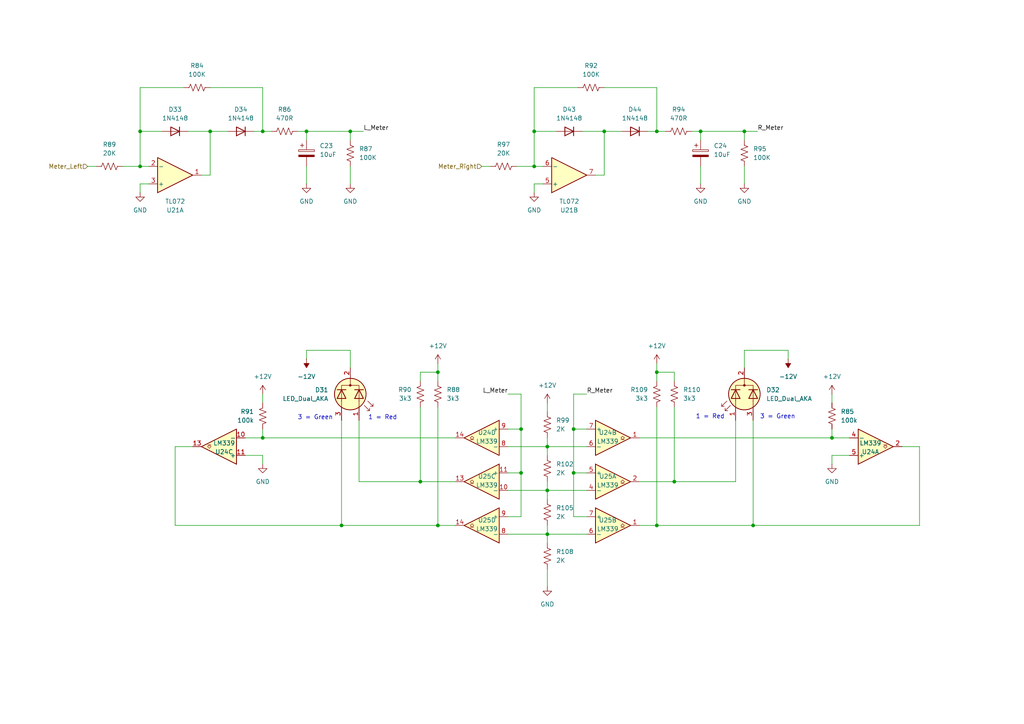
<source format=kicad_sch>
(kicad_sch (version 20250114) (generator "eeschema") (generator_version "9.0")
  (paper "A4")
  (title_block (comment 1 "PCB for 5 cm Kosmo format synthesizer module"))
  (lib_symbols
    (symbol "Amplifier_Operational:TL072" (pin_names (offset 0.127))
      (property "Reference" "U" (at 0 5.08 0))
      (property "Value" "TL072" (at 0 -5.08 0))
      (symbol "TL072_1_1"
        (polyline (pts (xy -5.08 5.08) (xy 5.08 0) (xy -5.08 -5.08) (xy -5.08 5.08)) (stroke (width 0.254)) (fill (type background)))
        (pin input line (at -7.62 2.54 0) (length 2.54) (name "+") (number "3"))
        (pin input line (at -7.62 -2.54 0) (length 2.54) (name "-") (number "2"))
        (pin output line (at 7.62 0 180) (length 2.54) (name "~") (number "1"))
      )
      (symbol "TL072_2_1"
        (polyline (pts (xy -5.08 5.08) (xy 5.08 0) (xy -5.08 -5.08) (xy -5.08 5.08)) (stroke (width 0.254)) (fill (type background)))
        (pin input line (at -7.62 2.54 0) (length 2.54) (name "+") (number "5"))
        (pin input line (at -7.62 -2.54 0) (length 2.54) (name "-") (number "6"))
        (pin output line (at 7.62 0 180) (length 2.54) (name "~") (number "7"))
      )
      (symbol "TL072_3_1"
        (pin power_in line (at -2.54 7.62 270) (length 3.81) (name "V+") (number "8"))
        (pin power_in line (at -2.54 -7.62 90) (length 3.81) (name "V-") (number "4"))
      )
    )
    (symbol "Comparator:LM339" (pin_names (offset 0.127))
      (property "Reference" "U" (at 0 5.08 0))
      (property "Value" "LM339" (at 0 -5.08 0))
      (symbol "LM339_1_1"
        (polyline (pts (xy -5.08 5.08) (xy 5.08 0) (xy -5.08 -5.08) (xy -5.08 5.08)) (stroke (width 0.254)) (fill (type background)))
        (polyline (pts (xy 3.302 -0.508) (xy 2.794 -0.508) (xy 3.302 0) (xy 2.794 0.508) (xy 2.286 0) (xy 2.794 -0.508) (xy 2.286 -0.508)) (stroke (width 0.127)))
        (pin input line (at -7.62 2.54 0) (length 2.54) (name "+") (number "5"))
        (pin input line (at -7.62 -2.54 0) (length 2.54) (name "-") (number "4"))
        (pin open_collector line (at 7.62 0 180) (length 2.54) (name "~") (number "2"))
      )
      (symbol "LM339_2_1"
        (polyline (pts (xy -5.08 5.08) (xy 5.08 0) (xy -5.08 -5.08) (xy -5.08 5.08)) (stroke (width 0.254)) (fill (type background)))
        (polyline (pts (xy 3.302 -0.508) (xy 2.794 -0.508) (xy 3.302 0) (xy 2.794 0.508) (xy 2.286 0) (xy 2.794 -0.508) (xy 2.286 -0.508)) (stroke (width 0.127)))
        (pin input line (at -7.62 2.54 0) (length 2.54) (name "+") (number "7"))
        (pin input line (at -7.62 -2.54 0) (length 2.54) (name "-") (number "6"))
        (pin open_collector line (at 7.62 0 180) (length 2.54) (name "~") (number "1"))
      )
      (symbol "LM339_3_1"
        (polyline (pts (xy -5.08 5.08) (xy 5.08 0) (xy -5.08 -5.08) (xy -5.08 5.08)) (stroke (width 0.254)) (fill (type background)))
        (polyline (pts (xy 3.302 -0.508) (xy 2.794 -0.508) (xy 3.302 0) (xy 2.794 0.508) (xy 2.286 0) (xy 2.794 -0.508) (xy 2.286 -0.508)) (stroke (width 0.127)))
        (pin input line (at -7.62 2.54 0) (length 2.54) (name "+") (number "11"))
        (pin input line (at -7.62 -2.54 0) (length 2.54) (name "-") (number "10"))
        (pin open_collector line (at 7.62 0 180) (length 2.54) (name "~") (number "13"))
      )
      (symbol "LM339_4_1"
        (polyline (pts (xy -5.08 5.08) (xy 5.08 0) (xy -5.08 -5.08) (xy -5.08 5.08)) (stroke (width 0.254)) (fill (type background)))
        (polyline (pts (xy 3.302 -0.508) (xy 2.794 -0.508) (xy 3.302 0) (xy 2.794 0.508) (xy 2.286 0) (xy 2.794 -0.508) (xy 2.286 -0.508)) (stroke (width 0.127)))
        (pin input line (at -7.62 2.54 0) (length 2.54) (name "+") (number "9"))
        (pin input line (at -7.62 -2.54 0) (length 2.54) (name "-") (number "8"))
        (pin open_collector line (at 7.62 0 180) (length 2.54) (name "~") (number "14"))
      )
      (symbol "LM339_5_1"
        (pin power_in line (at -2.54 7.62 270) (length 3.81) (name "V+") (number "3"))
        (pin power_in line (at -2.54 -7.62 90) (length 3.81) (name "V-") (number "12"))
      )
    )
    (symbol "Device:C_Polarized" (pin_numbers (hide yes)) (pin_names (offset 0.254))
      (property "Reference" "C" (at 0.635 2.54 0))
      (property "Value" "C_Polarized" (at 0.635 -2.54 0))
      (symbol "C_Polarized_0_1"
        (rectangle (start -2.286 0.508) (end 2.286 1.016))
        (polyline (pts (xy -1.778 2.286) (xy -0.762 2.286)))
        (polyline (pts (xy -1.27 2.794) (xy -1.27 1.778)))
        (rectangle (start 2.286 -0.508) (end -2.286 -1.016) (fill (type outline)))
      )
      (symbol "C_Polarized_1_1"
        (pin passive line (at 0 3.81 270) (length 2.794) (name "~") (number "1"))
        (pin passive line (at 0 -3.81 90) (length 2.794) (name "~") (number "2"))
      )
    )
    (symbol "Device:LED_Dual_AKA" (pin_names (offset 0) (hide yes))
      (property "Reference" "D" (at 0 5.715 0))
      (property "Value" "LED_Dual_AKA" (at 0 -6.35 0))
      (symbol "LED_Dual_AKA_0_1"
        (polyline (pts (xy -4.572 0) (xy -2.54 0)))
        (circle (center -2.54 0) (radius 0.2794) (fill (type outline)))
        (polyline (pts (xy -1.27 1.27) (xy -1.27 3.81)) (stroke (width 0.254)))
        (polyline (pts (xy -1.27 -1.27) (xy -1.27 -3.81)) (stroke (width 0.254)))
        (circle (center 0 0) (radius 4.572) (stroke (width 0.254)) (fill (type background)))
        (polyline (pts (xy 1.27 1.27) (xy 1.27 3.81) (xy -1.27 2.54) (xy 1.27 1.27)) (stroke (width 0.254)))
        (polyline (pts (xy 1.27 -3.81) (xy 1.27 -1.27) (xy -1.27 -2.54) (xy 1.27 -3.81)) (stroke (width 0.254)))
        (polyline (pts (xy 2.032 5.08) (xy 3.556 6.604) (xy 2.794 6.604) (xy 3.556 6.604) (xy 3.556 5.842)))
        (polyline (pts (xy 2.032 2.54) (xy -2.54 2.54) (xy -2.54 -2.54) (xy 2.032 -2.54)))
        (polyline (pts (xy 3.302 4.064) (xy 4.826 5.588) (xy 4.064 5.588) (xy 4.826 5.588) (xy 4.826 4.826)))
        (polyline (pts (xy 3.81 2.54) (xy 1.905 2.54)))
        (polyline (pts (xy 3.81 -2.54) (xy 1.905 -2.54)))
      )
      (symbol "LED_Dual_AKA_1_1"
        (pin input line (at -7.62 0 0) (length 3.048) (name "K") (number "2"))
        (pin input line (at 7.62 2.54 180) (length 3.81) (name "A1") (number "1"))
        (pin input line (at 7.62 -2.54 180) (length 3.81) (name "A2") (number "3"))
      )
    )
    (symbol "Device:R_US" (pin_numbers (hide yes)) (pin_names (offset 0))
      (property "Reference" "R" (at 2.54 0 90))
      (property "Value" "R_US" (at -2.54 0 90))
      (symbol "R_US_0_1"
        (polyline (pts (xy 0 2.286) (xy 0 2.54)))
        (polyline (pts (xy 0 2.286) (xy 1.016 1.905) (xy 0 1.524) (xy -1.016 1.143) (xy 0 0.762)))
        (polyline (pts (xy 0 0.762) (xy 1.016 0.381) (xy 0 0) (xy -1.016 -0.381) (xy 0 -0.762)))
        (polyline (pts (xy 0 -0.762) (xy 1.016 -1.143) (xy 0 -1.524) (xy -1.016 -1.905) (xy 0 -2.286)))
        (polyline (pts (xy 0 -2.286) (xy 0 -2.54)))
      )
      (symbol "R_US_1_1"
        (pin passive line (at 0 3.81 270) (length 1.27) (name "~") (number "1"))
        (pin passive line (at 0 -3.81 90) (length 1.27) (name "~") (number "2"))
      )
    )
    (symbol "Diode:1N4148" (pin_numbers (hide yes)) (pin_names (hide yes))
      (property "Reference" "D" (at 0 2.54 0))
      (property "Value" "1N4148" (at 0 -2.54 0))
      (symbol "1N4148_0_1"
        (polyline (pts (xy -1.27 1.27) (xy -1.27 -1.27)) (stroke (width 0.254)))
        (polyline (pts (xy 1.27 1.27) (xy 1.27 -1.27) (xy -1.27 0) (xy 1.27 1.27)) (stroke (width 0.254)))
        (polyline (pts (xy 1.27 0) (xy -1.27 0)))
      )
      (symbol "1N4148_1_1"
        (pin passive line (at -3.81 0 0) (length 2.54) (name "K") (number "1"))
        (pin passive line (at 3.81 0 180) (length 2.54) (name "A") (number "2"))
      )
    )
    (symbol "power:+12V" (power) (pin_numbers (hide yes)) (pin_names (offset 0) (hide yes))
      (property "Value" "+12V" (at 0 3.556 0))
      (symbol "+12V_0_1"
        (polyline (pts (xy -0.762 1.27) (xy 0 2.54)))
        (polyline (pts (xy 0 2.54) (xy 0.762 1.27)))
        (polyline (pts (xy 0 0) (xy 0 2.54)))
      )
      (symbol "+12V_1_1"
        (pin power_in line (at 0 0 90) (length 0) (name "~") (number "1"))
      )
    )
    (symbol "power:-12V" (power) (pin_numbers (hide yes)) (pin_names (offset 0) (hide yes))
      (property "Value" "-12V" (at 0 3.556 0))
      (symbol "-12V_0_0"
        (pin power_in line (at 0 0 90) (length 0) (name "~") (number "1"))
      )
      (symbol "-12V_0_1"
        (polyline (pts (xy 0 0) (xy 0 1.27) (xy 0.762 1.27) (xy 0 2.54) (xy -0.762 1.27) (xy 0 1.27)) (fill (type outline)))
      )
    )
    (symbol "power:GND" (power) (pin_numbers (hide yes)) (pin_names (offset 0) (hide yes))
      (property "Value" "GND" (at 0 -3.81 0))
      (symbol "GND_0_1"
        (polyline (pts (xy 0 0) (xy 0 -1.27) (xy 1.27 -1.27) (xy 0 -2.54) (xy -1.27 -1.27) (xy 0 -1.27)))
      )
      (symbol "GND_1_1"
        (pin power_in line (at 0 0 270) (length 0) (name "~") (number "1"))
      )
    )
  )
  (text "3 = Green" (at 91.44 121.158 0) (effects (font (size 1.27 1.27))))
  (text "3 = Green" (at 225.552 120.904 0) (effects (font (size 1.27 1.27))))
  (text "1 = Red" (at 110.998 121.158 0) (effects (font (size 1.27 1.27))))
  (text "1 = Red" (at 205.994 120.904 0) (effects (font (size 1.27 1.27))))
  (junction (at 151.13 137.16))
  (junction (at 218.44 152.4))
  (junction (at 127 107.95))
  (junction (at 76.2 38.1))
  (junction (at 99.06 152.4))
  (junction (at 40.64 38.1))
  (junction (at 215.9 38.1))
  (junction (at 76.2 127))
  (junction (at 154.94 38.1))
  (junction (at 158.75 129.54))
  (junction (at 127 152.4))
  (junction (at 241.3 127))
  (junction (at 121.92 139.7))
  (junction (at 190.5 152.4))
  (junction (at 166.37 124.46))
  (junction (at 175.26 38.1))
  (junction (at 166.37 137.16))
  (junction (at 88.9 38.1))
  (junction (at 190.5 38.1))
  (junction (at 40.64 48.26))
  (junction (at 195.58 139.7))
  (junction (at 158.75 142.24))
  (junction (at 203.2 38.1))
  (junction (at 158.75 154.94))
  (junction (at 154.94 48.26))
  (junction (at 151.13 124.46))
  (junction (at 190.5 107.95))
  (junction (at 60.96 38.1))
  (junction (at 101.6 38.1))
  (wire (pts (xy 157.48 53.34) (xy 154.94 53.34)))
  (wire (pts (xy 73.66 38.1) (xy 76.2 38.1)))
  (wire (pts (xy 190.5 25.4) (xy 190.5 38.1)))
  (wire (pts (xy 241.3 127) (xy 246.38 127)))
  (wire (pts (xy 127 107.95) (xy 121.92 107.95)))
  (wire (pts (xy 60.96 38.1) (xy 60.96 50.8)))
  (wire (pts (xy 154.94 38.1) (xy 154.94 48.26)))
  (wire (pts (xy 60.96 25.4) (xy 76.2 25.4)))
  (wire (pts (xy 195.58 118.11) (xy 195.58 139.7)))
  (wire (pts (xy 25.4 48.26) (xy 27.94 48.26)))
  (wire (pts (xy 203.2 38.1) (xy 215.9 38.1)))
  (wire (pts (xy 213.36 121.92) (xy 213.36 139.7)))
  (wire (pts (xy 218.44 121.92) (xy 218.44 152.4)))
  (wire (pts (xy 158.75 116.84) (xy 158.75 119.38)))
  (wire (pts (xy 40.64 48.26) (xy 43.18 48.26)))
  (wire (pts (xy 190.5 107.95) (xy 195.58 107.95)))
  (wire (pts (xy 166.37 124.46) (xy 166.37 137.16)))
  (wire (pts (xy 55.88 129.54) (xy 50.8 129.54)))
  (wire (pts (xy 151.13 124.46) (xy 151.13 137.16)))
  (wire (pts (xy 132.08 127) (xy 76.2 127)))
  (wire (pts (xy 266.7 152.4) (xy 218.44 152.4)))
  (wire (pts (xy 60.96 38.1) (xy 66.04 38.1)))
  (wire (pts (xy 158.75 129.54) (xy 158.75 132.08)))
  (wire (pts (xy 241.3 114.3) (xy 241.3 116.84)))
  (wire (pts (xy 40.64 38.1) (xy 40.64 48.26)))
  (wire (pts (xy 101.6 106.68) (xy 101.6 101.6)))
  (wire (pts (xy 154.94 25.4) (xy 154.94 38.1)))
  (wire (pts (xy 241.3 124.46) (xy 241.3 127)))
  (wire (pts (xy 121.92 118.11) (xy 121.92 139.7)))
  (wire (pts (xy 101.6 38.1) (xy 105.41 38.1)))
  (wire (pts (xy 121.92 110.49) (xy 121.92 107.95)))
  (wire (pts (xy 88.9 38.1) (xy 86.36 38.1)))
  (wire (pts (xy 76.2 38.1) (xy 78.74 38.1)))
  (wire (pts (xy 166.37 137.16) (xy 170.18 137.16)))
  (wire (pts (xy 127 118.11) (xy 127 152.4)))
  (wire (pts (xy 190.5 152.4) (xy 218.44 152.4)))
  (wire (pts (xy 241.3 132.08) (xy 241.3 134.62)))
  (wire (pts (xy 88.9 101.6) (xy 88.9 104.14)))
  (wire (pts (xy 185.42 127) (xy 241.3 127)))
  (wire (pts (xy 175.26 50.8) (xy 172.72 50.8)))
  (wire (pts (xy 190.5 107.95) (xy 190.5 110.49)))
  (wire (pts (xy 175.26 38.1) (xy 180.34 38.1)))
  (wire (pts (xy 166.37 124.46) (xy 170.18 124.46)))
  (wire (pts (xy 127 105.41) (xy 127 107.95)))
  (wire (pts (xy 158.75 154.94) (xy 170.18 154.94)))
  (wire (pts (xy 76.2 127) (xy 71.12 127)))
  (wire (pts (xy 203.2 48.26) (xy 203.2 53.34)))
  (wire (pts (xy 147.32 154.94) (xy 158.75 154.94)))
  (wire (pts (xy 190.5 105.41) (xy 190.5 107.95)))
  (wire (pts (xy 147.32 142.24) (xy 158.75 142.24)))
  (wire (pts (xy 104.14 121.92) (xy 104.14 139.7)))
  (wire (pts (xy 50.8 152.4) (xy 99.06 152.4)))
  (wire (pts (xy 151.13 137.16) (xy 151.13 149.86)))
  (wire (pts (xy 170.18 114.3) (xy 166.37 114.3)))
  (wire (pts (xy 121.92 139.7) (xy 104.14 139.7)))
  (wire (pts (xy 154.94 48.26) (xy 157.48 48.26)))
  (wire (pts (xy 54.61 38.1) (xy 60.96 38.1)))
  (wire (pts (xy 158.75 152.4) (xy 158.75 154.94)))
  (wire (pts (xy 71.12 132.08) (xy 76.2 132.08)))
  (wire (pts (xy 195.58 110.49) (xy 195.58 107.95)))
  (wire (pts (xy 246.38 132.08) (xy 241.3 132.08)))
  (wire (pts (xy 132.08 152.4) (xy 127 152.4)))
  (wire (pts (xy 158.75 142.24) (xy 170.18 142.24)))
  (wire (pts (xy 139.7 48.26) (xy 142.24 48.26)))
  (wire (pts (xy 101.6 101.6) (xy 88.9 101.6)))
  (wire (pts (xy 158.75 129.54) (xy 170.18 129.54)))
  (wire (pts (xy 203.2 40.64) (xy 203.2 38.1)))
  (wire (pts (xy 161.29 38.1) (xy 154.94 38.1)))
  (wire (pts (xy 175.26 38.1) (xy 175.26 50.8)))
  (wire (pts (xy 60.96 50.8) (xy 58.42 50.8)))
  (wire (pts (xy 46.99 38.1) (xy 40.64 38.1)))
  (wire (pts (xy 158.75 142.24) (xy 158.75 144.78)))
  (wire (pts (xy 185.42 152.4) (xy 190.5 152.4)))
  (wire (pts (xy 195.58 139.7) (xy 213.36 139.7)))
  (wire (pts (xy 151.13 149.86) (xy 147.32 149.86)))
  (wire (pts (xy 53.34 25.4) (xy 40.64 25.4)))
  (wire (pts (xy 190.5 38.1) (xy 193.04 38.1)))
  (wire (pts (xy 228.6 101.6) (xy 228.6 104.14)))
  (wire (pts (xy 158.75 165.1) (xy 158.75 170.18)))
  (wire (pts (xy 167.64 25.4) (xy 154.94 25.4)))
  (wire (pts (xy 50.8 129.54) (xy 50.8 152.4)))
  (wire (pts (xy 166.37 149.86) (xy 170.18 149.86)))
  (wire (pts (xy 88.9 48.26) (xy 88.9 53.34)))
  (wire (pts (xy 261.62 129.54) (xy 266.7 129.54)))
  (wire (pts (xy 151.13 114.3) (xy 151.13 124.46)))
  (wire (pts (xy 132.08 139.7) (xy 121.92 139.7)))
  (wire (pts (xy 76.2 124.46) (xy 76.2 127)))
  (wire (pts (xy 215.9 40.64) (xy 215.9 38.1)))
  (wire (pts (xy 166.37 137.16) (xy 166.37 149.86)))
  (wire (pts (xy 147.32 137.16) (xy 151.13 137.16)))
  (wire (pts (xy 147.32 114.3) (xy 151.13 114.3)))
  (wire (pts (xy 203.2 38.1) (xy 200.66 38.1)))
  (wire (pts (xy 101.6 40.64) (xy 101.6 38.1)))
  (wire (pts (xy 88.9 38.1) (xy 101.6 38.1)))
  (wire (pts (xy 40.64 25.4) (xy 40.64 38.1)))
  (wire (pts (xy 266.7 129.54) (xy 266.7 152.4)))
  (wire (pts (xy 185.42 139.7) (xy 195.58 139.7)))
  (wire (pts (xy 158.75 154.94) (xy 158.75 157.48)))
  (wire (pts (xy 43.18 53.34) (xy 40.64 53.34)))
  (wire (pts (xy 149.86 48.26) (xy 154.94 48.26)))
  (wire (pts (xy 147.32 129.54) (xy 158.75 129.54)))
  (wire (pts (xy 88.9 40.64) (xy 88.9 38.1)))
  (wire (pts (xy 215.9 101.6) (xy 228.6 101.6)))
  (wire (pts (xy 154.94 53.34) (xy 154.94 55.88)))
  (wire (pts (xy 166.37 114.3) (xy 166.37 124.46)))
  (wire (pts (xy 215.9 48.26) (xy 215.9 53.34)))
  (wire (pts (xy 158.75 127) (xy 158.75 129.54)))
  (wire (pts (xy 76.2 25.4) (xy 76.2 38.1)))
  (wire (pts (xy 187.96 38.1) (xy 190.5 38.1)))
  (wire (pts (xy 158.75 139.7) (xy 158.75 142.24)))
  (wire (pts (xy 190.5 118.11) (xy 190.5 152.4)))
  (wire (pts (xy 99.06 121.92) (xy 99.06 152.4)))
  (wire (pts (xy 147.32 124.46) (xy 151.13 124.46)))
  (wire (pts (xy 35.56 48.26) (xy 40.64 48.26)))
  (wire (pts (xy 40.64 53.34) (xy 40.64 55.88)))
  (wire (pts (xy 101.6 48.26) (xy 101.6 53.34)))
  (wire (pts (xy 175.26 25.4) (xy 190.5 25.4)))
  (wire (pts (xy 168.91 38.1) (xy 175.26 38.1)))
  (wire (pts (xy 215.9 38.1) (xy 219.71 38.1)))
  (wire (pts (xy 76.2 132.08) (xy 76.2 134.62)))
  (wire (pts (xy 127 107.95) (xy 127 110.49)))
  (wire (pts (xy 76.2 114.3) (xy 76.2 116.84)))
  (wire (pts (xy 215.9 106.68) (xy 215.9 101.6)))
  (wire (pts (xy 127 152.4) (xy 99.06 152.4)))
  (label "L_Meter" (at 147.32 114.3 180))
  (label "R_Meter" (at 219.71 38.1 0))
  (label "L_Meter" (at 105.41 38.1 0))
  (label "R_Meter" (at 170.18 114.3 0))
  (hierarchical_label "Meter_Left" (shape input) (at 25.4 48.26 180))
  (hierarchical_label "Meter_Right" (shape input) (at 139.7 48.26 180))
  (symbol (lib_id "Comparator:LM339") (at 177.8 127 0) (unit 2)
    (property "Reference" "U24" (at 176.276 125.476 0))
    (property "Value" "LM339" (at 176.276 128.016 0))
    (property "Footprint" "Package_DIP:DIP-14_W7.62mm_Socket" (effects (hide yes)))
    (property "Datasheet" "https://www.st.com/resource/en/datasheet/lm139.pdf" (effects (hide yes)))
    (property "Description" "Quad Differential Comparators, SOIC-14/TSSOP-14" (effects (hide yes)))
  )
  (symbol (lib_id "Device:LED_Dual_AKA") (at 101.6 114.3 270) (unit 1)
    (property "Reference" "D31" (at 95.25 113.0934 90) (effects (justify right)))
    (property "Value" "LED_Dual_AKA" (at 95.25 115.6334 90) (effects (justify right)))
    (property "Footprint" "LED_THT:LED_Rectangular_W5.0mm_H2.0mm-3Pins" (effects (hide yes)))
    (property "Description" "Dual LED, common cathode on pin 2" (effects (hide yes)))
  )
  (symbol (lib_id "power:-12V") (at 88.9 104.14 0) (mirror x) (unit 1)
    (property "Reference" "#PWR052" (effects (hide yes)))
    (property "Value" "-12V" (at 88.9 109.22 0))
    (property "Description" "Power symbol creates a global label with name \"-12V\"" (effects (hide yes)))
  )
  (symbol (lib_id "power:+12V") (at 241.3 114.3 0) (mirror y) (unit 1)
    (property "Reference" "#PWR068" (effects (hide yes)))
    (property "Value" "+12V" (at 241.3 109.22 0))
    (property "Description" "Power symbol creates a global label with name \"+12V\"" (effects (hide yes)))
  )
  (symbol (lib_id "Amplifier_Operational:TL072") (at 50.8 50.8 0) (mirror x) (unit 1)
    (property "Reference" "U21" (at 50.8 60.96 0))
    (property "Value" "TL072" (at 50.8 58.42 0))
    (property "Footprint" "Package_DIP:DIP-8_W7.62mm_Socket" (effects (hide yes)))
    (property "Datasheet" "http://www.ti.com/lit/ds/symlink/tl071.pdf" (effects (hide yes)))
    (property "Description" "Dual Low-Noise JFET-Input Operational Amplifiers, DIP-8/SOIC-8" (effects (hide yes)))
  )
  (symbol (lib_id "Device:R_US") (at 121.92 114.3 0) (mirror x) (unit 1)
    (property "Reference" "R90" (at 119.38 113.0299 0) (effects (justify right)))
    (property "Value" "3k3" (at 119.38 115.5699 0) (effects (justify right)))
    (property "Footprint" "Resistor_THT:R_Axial_DIN0207_L6.3mm_D2.5mm_P7.62mm_Horizontal" (effects (hide yes)))
    (property "Description" "Resistor, US symbol" (effects (hide yes)))
  )
  (symbol (lib_id "Device:R_US") (at 171.45 25.4 90) (unit 1)
    (property "Reference" "R92" (at 171.45 19.05 90))
    (property "Value" "100K" (at 171.45 21.59 90))
    (property "Footprint" "Resistor_THT:R_Axial_DIN0207_L6.3mm_D2.5mm_P7.62mm_Horizontal" (effects (hide yes)))
    (property "Description" "Resistor, US symbol" (effects (hide yes)))
  )
  (symbol (lib_id "power:GND") (at 241.3 134.62 0) (unit 1)
    (property "Reference" "#PWR069" (effects (hide yes)))
    (property "Value" "GND" (at 241.3 139.7 0))
    (property "Description" "Power symbol creates a global label with name \"GND\" , ground" (effects (hide yes)))
  )
  (symbol (lib_id "power:GND") (at 215.9 53.34 0) (unit 1)
    (property "Reference" "#PWR059" (effects (hide yes)))
    (property "Value" "GND" (at 215.9 58.42 0))
    (property "Description" "Power symbol creates a global label with name \"GND\" , ground" (effects (hide yes)))
  )
  (symbol (lib_id "Device:C_Polarized") (at 203.2 44.45 0) (unit 1)
    (property "Reference" "C24" (at 207.01 42.2909 0) (effects (justify left)))
    (property "Value" "10uF" (at 207.01 44.8309 0) (effects (justify left)))
    (property "Footprint" "Capacitor_THT:CP_Radial_D5.0mm_P2.00mm" (effects (hide yes)))
    (property "Description" "Polarized capacitor" (effects (hide yes)))
  )
  (symbol (lib_id "Amplifier_Operational:TL072") (at 165.1 50.8 0) (mirror x) (unit 2)
    (property "Reference" "U21" (at 165.1 60.96 0))
    (property "Value" "TL072" (at 165.1 58.42 0))
    (property "Footprint" "Package_DIP:DIP-8_W7.62mm_Socket" (effects (hide yes)))
    (property "Datasheet" "http://www.ti.com/lit/ds/symlink/tl071.pdf" (effects (hide yes)))
    (property "Description" "Dual Low-Noise JFET-Input Operational Amplifiers, DIP-8/SOIC-8" (effects (hide yes)))
  )
  (symbol (lib_id "Device:R_US") (at 215.9 44.45 180) (unit 1)
    (property "Reference" "R95" (at 218.44 43.1799 0) (effects (justify right)))
    (property "Value" "100K" (at 218.44 45.7199 0) (effects (justify right)))
    (property "Footprint" "Resistor_THT:R_Axial_DIN0207_L6.3mm_D2.5mm_P7.62mm_Horizontal" (effects (hide yes)))
    (property "Description" "Resistor, US symbol" (effects (hide yes)))
  )
  (symbol (lib_id "Device:R_US") (at 127 114.3 180) (unit 1)
    (property "Reference" "R88" (at 129.54 113.0299 0) (effects (justify right)))
    (property "Value" "3k3" (at 129.54 115.5699 0) (effects (justify right)))
    (property "Footprint" "Resistor_THT:R_Axial_DIN0207_L6.3mm_D2.5mm_P7.62mm_Horizontal" (effects (hide yes)))
    (property "Description" "Resistor, US symbol" (effects (hide yes)))
  )
  (symbol (lib_id "Device:LED_Dual_AKA") (at 215.9 114.3 90) (mirror x) (unit 1)
    (property "Reference" "D32" (at 222.25 113.0934 90) (effects (justify right)))
    (property "Value" "LED_Dual_AKA" (at 222.25 115.6334 90) (effects (justify right)))
    (property "Footprint" "LED_THT:LED_Rectangular_W5.0mm_H2.0mm-3Pins" (effects (hide yes)))
    (property "Description" "Dual LED, common cathode on pin 2" (effects (hide yes)))
  )
  (symbol (lib_id "power:GND") (at 88.9 53.34 0) (unit 1)
    (property "Reference" "#PWR055" (effects (hide yes)))
    (property "Value" "GND" (at 88.9 58.42 0))
    (property "Description" "Power symbol creates a global label with name \"GND\" , ground" (effects (hide yes)))
  )
  (symbol (lib_id "Device:R_US") (at 195.58 114.3 180) (unit 1)
    (property "Reference" "R110" (at 198.12 113.0299 0) (effects (justify right)))
    (property "Value" "3k3" (at 198.12 115.5699 0) (effects (justify right)))
    (property "Footprint" "Resistor_THT:R_Axial_DIN0207_L6.3mm_D2.5mm_P7.62mm_Horizontal" (effects (hide yes)))
    (property "Description" "Resistor, US symbol" (effects (hide yes)))
  )
  (symbol (lib_id "Device:R_US") (at 241.3 120.65 180) (unit 1)
    (property "Reference" "R85" (at 243.84 119.3799 0) (effects (justify right)))
    (property "Value" "100k" (at 243.84 121.9199 0) (effects (justify right)))
    (property "Footprint" "Resistor_THT:R_Axial_DIN0207_L6.3mm_D2.5mm_P7.62mm_Horizontal" (effects (hide yes)))
    (property "Description" "Resistor, US symbol" (effects (hide yes)))
  )
  (symbol (lib_id "Device:R_US") (at 57.15 25.4 90) (unit 1)
    (property "Reference" "R84" (at 57.15 19.05 90))
    (property "Value" "100K" (at 57.15 21.59 90))
    (property "Footprint" "Resistor_THT:R_Axial_DIN0207_L6.3mm_D2.5mm_P7.62mm_Horizontal" (effects (hide yes)))
    (property "Description" "Resistor, US symbol" (effects (hide yes)))
  )
  (symbol (lib_id "Device:R_US") (at 158.75 135.89 180) (unit 1)
    (property "Reference" "R102" (at 161.29 134.6199 0) (effects (justify right)))
    (property "Value" "2K" (at 161.29 137.1599 0) (effects (justify right)))
    (property "Footprint" "Resistor_THT:R_Axial_DIN0207_L6.3mm_D2.5mm_P7.62mm_Horizontal" (effects (hide yes)))
    (property "Description" "Resistor, US symbol" (effects (hide yes)))
  )
  (symbol (lib_id "Device:R_US") (at 146.05 48.26 90) (unit 1)
    (property "Reference" "R97" (at 146.05 41.91 90))
    (property "Value" "20K" (at 146.05 44.45 90))
    (property "Footprint" "Resistor_THT:R_Axial_DIN0207_L6.3mm_D2.5mm_P7.62mm_Horizontal" (effects (hide yes)))
    (property "Description" "Resistor, US symbol" (effects (hide yes)))
  )
  (symbol (lib_id "Comparator:LM339") (at 177.8 152.4 0) (unit 2)
    (property "Reference" "U25" (at 176.276 150.876 0))
    (property "Value" "LM339" (at 176.276 153.416 0))
    (property "Footprint" "Package_DIP:DIP-14_W7.62mm_Socket" (effects (hide yes)))
    (property "Datasheet" "https://www.st.com/resource/en/datasheet/lm139.pdf" (effects (hide yes)))
    (property "Description" "Quad Differential Comparators, SOIC-14/TSSOP-14" (effects (hide yes)))
  )
  (symbol (lib_id "Comparator:LM339") (at 139.7 139.7 0) (mirror y) (unit 3)
    (property "Reference" "U25" (at 141.224 138.176 0))
    (property "Value" "LM339" (at 141.224 140.716 0))
    (property "Footprint" "Package_DIP:DIP-14_W7.62mm_Socket" (effects (hide yes)))
    (property "Datasheet" "https://www.st.com/resource/en/datasheet/lm139.pdf" (effects (hide yes)))
    (property "Description" "Quad Differential Comparators, SOIC-14/TSSOP-14" (effects (hide yes)))
  )
  (symbol (lib_id "Comparator:LM339") (at 139.7 127 0) (mirror y) (unit 4)
    (property "Reference" "U24" (at 141.224 125.476 0))
    (property "Value" "LM339" (at 141.224 128.016 0))
    (property "Footprint" "Package_DIP:DIP-14_W7.62mm_Socket" (effects (hide yes)))
    (property "Datasheet" "https://www.st.com/resource/en/datasheet/lm139.pdf" (effects (hide yes)))
    (property "Description" "Quad Differential Comparators, SOIC-14/TSSOP-14" (effects (hide yes)))
  )
  (symbol (lib_id "power:+12V") (at 127 105.41 0) (unit 1)
    (property "Reference" "#PWR054" (effects (hide yes)))
    (property "Value" "+12V" (at 127 100.33 0))
    (property "Description" "Power symbol creates a global label with name \"+12V\"" (effects (hide yes)))
  )
  (symbol (lib_id "Diode:1N4148") (at 184.15 38.1 180) (unit 1)
    (property "Reference" "D44" (at 184.15 31.75 0))
    (property "Value" "1N4148" (at 184.15 34.29 0))
    (property "Footprint" "Diode_THT:D_DO-35_SOD27_P7.62mm_Horizontal" (effects (hide yes)))
    (property "Datasheet" "https://assets.nexperia.com/documents/data-sheet/1N4148_1N4448.pdf" (effects (hide yes)))
    (property "Description" "100V 0.15A standard switching diode, DO-35" (effects (hide yes)))
    (property "Sim.Device" "D" (effects (hide yes)))
    (property "Sim.Pins" "1=K 2=A" (effects (hide yes)))
  )
  (symbol (lib_id "power:GND") (at 101.6 53.34 0) (unit 1)
    (property "Reference" "#PWR056" (effects (hide yes)))
    (property "Value" "GND" (at 101.6 58.42 0))
    (property "Description" "Power symbol creates a global label with name \"GND\" , ground" (effects (hide yes)))
  )
  (symbol (lib_id "power:GND") (at 40.64 55.88 0) (unit 1)
    (property "Reference" "#PWR057" (effects (hide yes)))
    (property "Value" "GND" (at 40.64 60.96 0))
    (property "Description" "Power symbol creates a global label with name \"GND\" , ground" (effects (hide yes)))
  )
  (symbol (lib_id "Device:C_Polarized") (at 88.9 44.45 0) (unit 1)
    (property "Reference" "C23" (at 92.71 42.2909 0) (effects (justify left)))
    (property "Value" "10uF" (at 92.71 44.8309 0) (effects (justify left)))
    (property "Footprint" "Capacitor_THT:CP_Radial_D5.0mm_P2.00mm" (effects (hide yes)))
    (property "Description" "Polarized capacitor" (effects (hide yes)))
  )
  (symbol (lib_id "Diode:1N4148") (at 69.85 38.1 180) (unit 1)
    (property "Reference" "D34" (at 69.85 31.75 0))
    (property "Value" "1N4148" (at 69.85 34.29 0))
    (property "Footprint" "Diode_THT:D_DO-35_SOD27_P7.62mm_Horizontal" (effects (hide yes)))
    (property "Datasheet" "https://assets.nexperia.com/documents/data-sheet/1N4148_1N4448.pdf" (effects (hide yes)))
    (property "Description" "100V 0.15A standard switching diode, DO-35" (effects (hide yes)))
    (property "Sim.Device" "D" (effects (hide yes)))
    (property "Sim.Pins" "1=K 2=A" (effects (hide yes)))
  )
  (symbol (lib_id "Device:R_US") (at 158.75 148.59 180) (unit 1)
    (property "Reference" "R105" (at 161.29 147.3199 0) (effects (justify right)))
    (property "Value" "2K" (at 161.29 149.8599 0) (effects (justify right)))
    (property "Footprint" "Resistor_THT:R_Axial_DIN0207_L6.3mm_D2.5mm_P7.62mm_Horizontal" (effects (hide yes)))
    (property "Description" "Resistor, US symbol" (effects (hide yes)))
  )
  (symbol (lib_id "power:GND") (at 154.94 55.88 0) (unit 1)
    (property "Reference" "#PWR060" (effects (hide yes)))
    (property "Value" "GND" (at 154.94 60.96 0))
    (property "Description" "Power symbol creates a global label with name \"GND\" , ground" (effects (hide yes)))
  )
  (symbol (lib_id "power:GND") (at 76.2 134.62 0) (mirror y) (unit 1)
    (property "Reference" "#PWR062" (effects (hide yes)))
    (property "Value" "GND" (at 76.2 139.7 0))
    (property "Description" "Power symbol creates a global label with name \"GND\" , ground" (effects (hide yes)))
  )
  (symbol (lib_id "power:+12V") (at 76.2 114.3 0) (unit 1)
    (property "Reference" "#PWR061" (effects (hide yes)))
    (property "Value" "+12V" (at 76.2 109.22 0))
    (property "Description" "Power symbol creates a global label with name \"+12V\"" (effects (hide yes)))
  )
  (symbol (lib_id "power:+12V") (at 190.5 105.41 0) (mirror y) (unit 1)
    (property "Reference" "#PWR067" (effects (hide yes)))
    (property "Value" "+12V" (at 190.5 100.33 0))
    (property "Description" "Power symbol creates a global label with name \"+12V\"" (effects (hide yes)))
  )
  (symbol (lib_id "Device:R_US") (at 196.85 38.1 90) (unit 1)
    (property "Reference" "R94" (at 196.85 31.75 90))
    (property "Value" "470R" (at 196.85 34.29 90))
    (property "Footprint" "Resistor_THT:R_Axial_DIN0207_L6.3mm_D2.5mm_P7.62mm_Horizontal" (effects (hide yes)))
    (property "Description" "Resistor, US symbol" (effects (hide yes)))
  )
  (symbol (lib_id "Comparator:LM339") (at 254 129.54 0) (mirror x) (unit 1)
    (property "Reference" "U24" (at 252.476 131.064 0))
    (property "Value" "LM339" (at 252.476 128.524 0))
    (property "Footprint" "Package_DIP:DIP-14_W7.62mm_Socket" (effects (hide yes)))
    (property "Datasheet" "https://www.st.com/resource/en/datasheet/lm139.pdf" (effects (hide yes)))
    (property "Description" "Quad Differential Comparators, SOIC-14/TSSOP-14" (effects (hide yes)))
  )
  (symbol (lib_id "Device:R_US") (at 190.5 114.3 0) (mirror x) (unit 1)
    (property "Reference" "R109" (at 187.96 113.0299 0) (effects (justify right)))
    (property "Value" "3k3" (at 187.96 115.5699 0) (effects (justify right)))
    (property "Footprint" "Resistor_THT:R_Axial_DIN0207_L6.3mm_D2.5mm_P7.62mm_Horizontal" (effects (hide yes)))
    (property "Description" "Resistor, US symbol" (effects (hide yes)))
  )
  (symbol (lib_id "Diode:1N4148") (at 50.8 38.1 180) (unit 1)
    (property "Reference" "D33" (at 50.8 31.75 0))
    (property "Value" "1N4148" (at 50.8 34.29 0))
    (property "Footprint" "Diode_THT:D_DO-35_SOD27_P7.62mm_Horizontal" (effects (hide yes)))
    (property "Datasheet" "https://assets.nexperia.com/documents/data-sheet/1N4148_1N4448.pdf" (effects (hide yes)))
    (property "Description" "100V 0.15A standard switching diode, DO-35" (effects (hide yes)))
    (property "Sim.Device" "D" (effects (hide yes)))
    (property "Sim.Pins" "1=K 2=A" (effects (hide yes)))
  )
  (symbol (lib_id "power:+12V") (at 158.75 116.84 0) (unit 1)
    (property "Reference" "#PWR053" (effects (hide yes)))
    (property "Value" "+12V" (at 158.75 111.76 0))
    (property "Description" "Power symbol creates a global label with name \"+12V\"" (effects (hide yes)))
  )
  (symbol (lib_id "Device:R_US") (at 31.75 48.26 90) (unit 1)
    (property "Reference" "R89" (at 31.75 41.91 90))
    (property "Value" "20K" (at 31.75 44.45 90))
    (property "Footprint" "Resistor_THT:R_Axial_DIN0207_L6.3mm_D2.5mm_P7.62mm_Horizontal" (effects (hide yes)))
    (property "Description" "Resistor, US symbol" (effects (hide yes)))
  )
  (symbol (lib_id "Device:R_US") (at 101.6 44.45 180) (unit 1)
    (property "Reference" "R87" (at 104.14 43.1799 0) (effects (justify right)))
    (property "Value" "100K" (at 104.14 45.7199 0) (effects (justify right)))
    (property "Footprint" "Resistor_THT:R_Axial_DIN0207_L6.3mm_D2.5mm_P7.62mm_Horizontal" (effects (hide yes)))
    (property "Description" "Resistor, US symbol" (effects (hide yes)))
  )
  (symbol (lib_id "Device:R_US") (at 82.55 38.1 90) (unit 1)
    (property "Reference" "R86" (at 82.55 31.75 90))
    (property "Value" "470R" (at 82.55 34.29 90))
    (property "Footprint" "Resistor_THT:R_Axial_DIN0207_L6.3mm_D2.5mm_P7.62mm_Horizontal" (effects (hide yes)))
    (property "Description" "Resistor, US symbol" (effects (hide yes)))
  )
  (symbol (lib_id "Comparator:LM339") (at 63.5 129.54 180) (unit 3)
    (property "Reference" "U24" (at 65.024 131.064 0))
    (property "Value" "LM339" (at 65.024 128.524 0))
    (property "Footprint" "Package_DIP:DIP-14_W7.62mm_Socket" (effects (hide yes)))
    (property "Datasheet" "https://www.st.com/resource/en/datasheet/lm139.pdf" (effects (hide yes)))
    (property "Description" "Quad Differential Comparators, SOIC-14/TSSOP-14" (effects (hide yes)))
  )
  (symbol (lib_id "power:-12V") (at 228.6 104.14 180) (unit 1)
    (property "Reference" "#PWR066" (effects (hide yes)))
    (property "Value" "-12V" (at 228.6 109.22 0))
    (property "Description" "Power symbol creates a global label with name \"-12V\"" (effects (hide yes)))
  )
  (symbol (lib_id "power:GND") (at 203.2 53.34 0) (unit 1)
    (property "Reference" "#PWR058" (effects (hide yes)))
    (property "Value" "GND" (at 203.2 58.42 0))
    (property "Description" "Power symbol creates a global label with name \"GND\" , ground" (effects (hide yes)))
  )
  (symbol (lib_id "Diode:1N4148") (at 165.1 38.1 180) (unit 1)
    (property "Reference" "D43" (at 165.1 31.75 0))
    (property "Value" "1N4148" (at 165.1 34.29 0))
    (property "Footprint" "Diode_THT:D_DO-35_SOD27_P7.62mm_Horizontal" (effects (hide yes)))
    (property "Datasheet" "https://assets.nexperia.com/documents/data-sheet/1N4148_1N4448.pdf" (effects (hide yes)))
    (property "Description" "100V 0.15A standard switching diode, DO-35" (effects (hide yes)))
    (property "Sim.Device" "D" (effects (hide yes)))
    (property "Sim.Pins" "1=K 2=A" (effects (hide yes)))
  )
  (symbol (lib_id "Device:R_US") (at 76.2 120.65 0) (mirror x) (unit 1)
    (property "Reference" "R91" (at 73.66 119.3799 0) (effects (justify right)))
    (property "Value" "100k" (at 73.66 121.9199 0) (effects (justify right)))
    (property "Footprint" "Resistor_THT:R_Axial_DIN0207_L6.3mm_D2.5mm_P7.62mm_Horizontal" (effects (hide yes)))
    (property "Description" "Resistor, US symbol" (effects (hide yes)))
  )
  (symbol (lib_id "power:GND") (at 158.75 170.18 0) (unit 1)
    (property "Reference" "#PWR065" (effects (hide yes)))
    (property "Value" "GND" (at 158.75 175.26 0))
    (property "Description" "Power symbol creates a global label with name \"GND\" , ground" (effects (hide yes)))
  )
  (symbol (lib_id "Device:R_US") (at 158.75 123.19 180) (unit 1)
    (property "Reference" "R99" (at 161.29 121.9199 0) (effects (justify right)))
    (property "Value" "2K" (at 161.29 124.4599 0) (effects (justify right)))
    (property "Footprint" "Resistor_THT:R_Axial_DIN0207_L6.3mm_D2.5mm_P7.62mm_Horizontal" (effects (hide yes)))
    (property "Description" "Resistor, US symbol" (effects (hide yes)))
  )
  (symbol (lib_id "Device:R_US") (at 158.75 161.29 180) (unit 1)
    (property "Reference" "R108" (at 161.29 160.0199 0) (effects (justify right)))
    (property "Value" "2K" (at 161.29 162.5599 0) (effects (justify right)))
    (property "Footprint" "Resistor_THT:R_Axial_DIN0207_L6.3mm_D2.5mm_P7.62mm_Horizontal" (effects (hide yes)))
    (property "Description" "Resistor, US symbol" (effects (hide yes)))
  )
  (symbol (lib_id "Comparator:LM339") (at 139.7 152.4 0) (mirror y) (unit 4)
    (property "Reference" "U25" (at 141.224 150.876 0))
    (property "Value" "LM339" (at 141.224 153.416 0))
    (property "Footprint" "Package_DIP:DIP-14_W7.62mm_Socket" (effects (hide yes)))
    (property "Datasheet" "https://www.st.com/resource/en/datasheet/lm139.pdf" (effects (hide yes)))
    (property "Description" "Quad Differential Comparators, SOIC-14/TSSOP-14" (effects (hide yes)))
  )
  (symbol (lib_id "Comparator:LM339") (at 177.8 139.7 0) (unit 1)
    (property "Reference" "U25" (at 176.276 138.176 0))
    (property "Value" "LM339" (at 176.276 140.716 0))
    (property "Footprint" "Package_DIP:DIP-14_W7.62mm_Socket" (effects (hide yes)))
    (property "Datasheet" "https://www.st.com/resource/en/datasheet/lm139.pdf" (effects (hide yes)))
    (property "Description" "Quad Differential Comparators, SOIC-14/TSSOP-14" (effects (hide yes)))
  )
)
</source>
